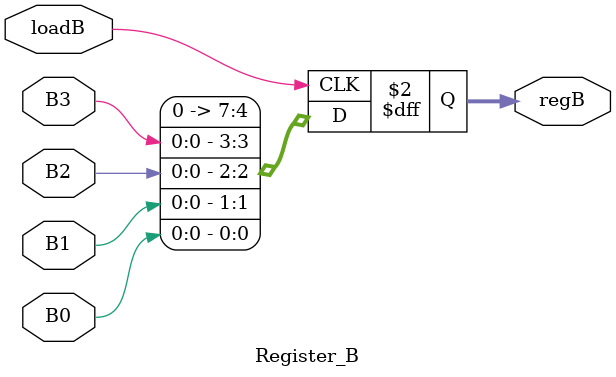
<source format=v>

`timescale 1ns / 1ps


module Register_B(
    input wire B0,
    input wire B1,
    input wire B2,
    input wire B3,
    input wire loadB,
    output reg [7:0] regB
);

always @(posedge loadB) begin
    regB[0] <= B0;
    regB[1] <= B1;
    regB[2] <= B2;
    regB[3] <= B3;
    regB[4] <= 0;
    regB[5] <= 0;
    regB[6] <= 0;
    regB[7] <= 0;
    
end

endmodule
</source>
